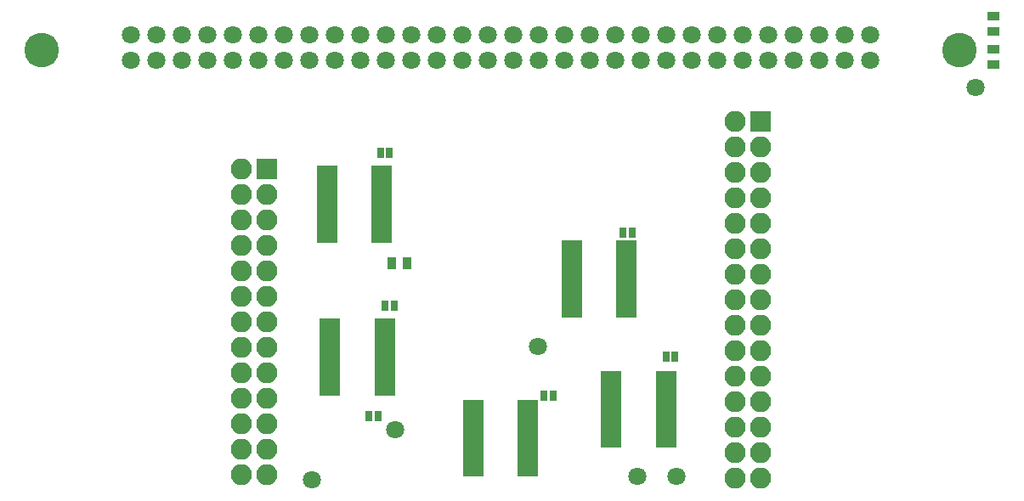
<source format=gts>
G04 #@! TF.FileFunction,Soldermask,Top*
%FSLAX46Y46*%
G04 Gerber Fmt 4.6, Leading zero omitted, Abs format (unit mm)*
G04 Created by KiCad (PCBNEW 4.0.1-stable) date 2/9/2017 10:22:46 PM*
%MOMM*%
G01*
G04 APERTURE LIST*
%ADD10C,0.100000*%
%ADD11R,2.051000X0.781000*%
%ADD12C,1.797000*%
%ADD13C,3.448000*%
%ADD14R,0.800000X1.000000*%
%ADD15R,2.100000X2.100000*%
%ADD16O,2.100000X2.100000*%
%ADD17R,1.300000X0.900000*%
%ADD18R,0.900000X1.300000*%
G04 APERTURE END LIST*
D10*
D11*
X-17297400Y12801600D03*
X-17297400Y12166600D03*
X-17297400Y11531600D03*
X-17297400Y10896600D03*
X-17297400Y10261600D03*
X-17297400Y9626600D03*
X-17297400Y8991600D03*
X-17297400Y8356600D03*
X-17297400Y7721600D03*
X-17297400Y7086600D03*
X-17297400Y6451600D03*
X-17297400Y5816600D03*
X-11836400Y5816600D03*
X-11836400Y6451600D03*
X-11836400Y7086600D03*
X-11836400Y7721600D03*
X-11836400Y8356600D03*
X-11836400Y8991600D03*
X-11836400Y9626600D03*
X-11836400Y10261600D03*
X-11836400Y10896600D03*
X-11836400Y11531600D03*
X-11836400Y12166600D03*
X-11836400Y12801600D03*
D12*
X-36830000Y23704600D03*
X-36830000Y26244600D03*
X-34290000Y23704600D03*
X-34290000Y26244600D03*
X-31750000Y23704600D03*
X-31750000Y26244600D03*
X-29210000Y23704600D03*
X-29210000Y26244600D03*
X-26670000Y23704600D03*
X-26670000Y26244600D03*
X-24130000Y23704600D03*
X-24130000Y26244600D03*
X-21590000Y23704600D03*
X-21590000Y26244600D03*
X-19050000Y23704600D03*
X-19050000Y26244600D03*
X-16510000Y23704600D03*
X-16510000Y26244600D03*
X-13970000Y23704600D03*
X-13970000Y26244600D03*
X-11430000Y23704600D03*
X-11430000Y26244600D03*
X-8890000Y23704600D03*
X-8890000Y26244600D03*
X-6350000Y23704600D03*
X-6350000Y26244600D03*
X-3810000Y23704600D03*
X-3810000Y26244600D03*
X-1270000Y23704600D03*
X-1270000Y26244600D03*
X1270000Y23704600D03*
X1270000Y26244600D03*
X3810000Y23704600D03*
X3810000Y26244600D03*
X6350000Y23704600D03*
X6350000Y26244600D03*
X8890000Y23704600D03*
X8890000Y26244600D03*
X11430000Y23704600D03*
X11430000Y26244600D03*
X13970000Y23704600D03*
X13970000Y26244600D03*
X16510000Y23704600D03*
X16510000Y26244600D03*
X19050000Y23704600D03*
X19050000Y26244600D03*
X21590000Y23704600D03*
X21590000Y26244600D03*
X24130000Y23704600D03*
X24130000Y26244600D03*
X26670000Y23704600D03*
X26670000Y26244600D03*
X29210000Y23704600D03*
X29210000Y26244600D03*
X31750000Y23704600D03*
X31750000Y26244600D03*
X34290000Y23704600D03*
X34290000Y26244600D03*
X36830000Y23704600D03*
X36830000Y26244600D03*
D13*
X45720000Y24720600D03*
X-45720000Y24720600D03*
D11*
X-16982440Y-2448560D03*
X-16982440Y-3083560D03*
X-16982440Y-3718560D03*
X-16982440Y-4353560D03*
X-16982440Y-4988560D03*
X-16982440Y-5623560D03*
X-16982440Y-6258560D03*
X-16982440Y-6893560D03*
X-16982440Y-7528560D03*
X-16982440Y-8163560D03*
X-16982440Y-8798560D03*
X-16982440Y-9433560D03*
X-11521440Y-9433560D03*
X-11521440Y-8798560D03*
X-11521440Y-8163560D03*
X-11521440Y-7528560D03*
X-11521440Y-6893560D03*
X-11521440Y-6258560D03*
X-11521440Y-5623560D03*
X-11521440Y-4988560D03*
X-11521440Y-4353560D03*
X-11521440Y-3718560D03*
X-11521440Y-3083560D03*
X-11521440Y-2448560D03*
X-2743200Y-10530840D03*
X-2743200Y-11165840D03*
X-2743200Y-11800840D03*
X-2743200Y-12435840D03*
X-2743200Y-13070840D03*
X-2743200Y-13705840D03*
X-2743200Y-14340840D03*
X-2743200Y-14975840D03*
X-2743200Y-15610840D03*
X-2743200Y-16245840D03*
X-2743200Y-16880840D03*
X-2743200Y-17515840D03*
X2717800Y-17515840D03*
X2717800Y-16880840D03*
X2717800Y-16245840D03*
X2717800Y-15610840D03*
X2717800Y-14975840D03*
X2717800Y-14340840D03*
X2717800Y-13705840D03*
X2717800Y-13070840D03*
X2717800Y-12435840D03*
X2717800Y-11800840D03*
X2717800Y-11165840D03*
X2717800Y-10530840D03*
X7071360Y5354320D03*
X7071360Y4719320D03*
X7071360Y4084320D03*
X7071360Y3449320D03*
X7071360Y2814320D03*
X7071360Y2179320D03*
X7071360Y1544320D03*
X7071360Y909320D03*
X7071360Y274320D03*
X7071360Y-360680D03*
X7071360Y-995680D03*
X7071360Y-1630680D03*
X12532360Y-1630680D03*
X12532360Y-995680D03*
X12532360Y-360680D03*
X12532360Y274320D03*
X12532360Y909320D03*
X12532360Y1544320D03*
X12532360Y2179320D03*
X12532360Y2814320D03*
X12532360Y3449320D03*
X12532360Y4084320D03*
X12532360Y4719320D03*
X12532360Y5354320D03*
X11008360Y-7630160D03*
X11008360Y-8265160D03*
X11008360Y-8900160D03*
X11008360Y-9535160D03*
X11008360Y-10170160D03*
X11008360Y-10805160D03*
X11008360Y-11440160D03*
X11008360Y-12075160D03*
X11008360Y-12710160D03*
X11008360Y-13345160D03*
X11008360Y-13980160D03*
X11008360Y-14615160D03*
X16469360Y-14615160D03*
X16469360Y-13980160D03*
X16469360Y-13345160D03*
X16469360Y-12710160D03*
X16469360Y-12075160D03*
X16469360Y-11440160D03*
X16469360Y-10805160D03*
X16469360Y-10170160D03*
X16469360Y-9535160D03*
X16469360Y-8900160D03*
X16469360Y-8265160D03*
X16469360Y-7630160D03*
D14*
X-11981600Y14452600D03*
X-11081600Y14452600D03*
X-11499000Y-787400D03*
X-10599000Y-787400D03*
X4325200Y-9753600D03*
X5225200Y-9753600D03*
X12224600Y6502400D03*
X13124600Y6502400D03*
X16466400Y-5842000D03*
X17366400Y-5842000D03*
D15*
X25875000Y17600000D03*
D16*
X23335000Y17600000D03*
X25875000Y15060000D03*
X23335000Y15060000D03*
X25875000Y12520000D03*
X23335000Y12520000D03*
X25875000Y9980000D03*
X23335000Y9980000D03*
X25875000Y7440000D03*
X23335000Y7440000D03*
X25875000Y4900000D03*
X23335000Y4900000D03*
X25875000Y2360000D03*
X23335000Y2360000D03*
X25875000Y-180000D03*
X23335000Y-180000D03*
X25875000Y-2720000D03*
X23335000Y-2720000D03*
X25875000Y-5260000D03*
X23335000Y-5260000D03*
X25875000Y-7800000D03*
X23335000Y-7800000D03*
X25875000Y-10340000D03*
X23335000Y-10340000D03*
X25875000Y-12880000D03*
X23335000Y-12880000D03*
X25875000Y-15420000D03*
X23335000Y-15420000D03*
X25875000Y-17960000D03*
X23335000Y-17960000D03*
D15*
X-23325000Y12800000D03*
D16*
X-25865000Y12800000D03*
X-23325000Y10260000D03*
X-25865000Y10260000D03*
X-23325000Y7720000D03*
X-25865000Y7720000D03*
X-23325000Y5180000D03*
X-25865000Y5180000D03*
X-23325000Y2640000D03*
X-25865000Y2640000D03*
X-23325000Y100000D03*
X-25865000Y100000D03*
X-23325000Y-2440000D03*
X-25865000Y-2440000D03*
X-23325000Y-4980000D03*
X-25865000Y-4980000D03*
X-23325000Y-7520000D03*
X-25865000Y-7520000D03*
X-23325000Y-10060000D03*
X-25865000Y-10060000D03*
X-23325000Y-12600000D03*
X-25865000Y-12600000D03*
X-23325000Y-15140000D03*
X-25865000Y-15140000D03*
X-23325000Y-17680000D03*
X-25865000Y-17680000D03*
D14*
X-12199200Y-11785600D03*
X-13099200Y-11785600D03*
D12*
X13589000Y-17805400D03*
X17526000Y-17780000D03*
X-10490200Y-13131800D03*
X-18796000Y-18186400D03*
X3708400Y-4826000D03*
X47294800Y20929600D03*
D17*
X49072800Y24778400D03*
X49072800Y23278400D03*
D18*
X-9359200Y3454400D03*
X-10859200Y3454400D03*
D17*
X49072800Y28080400D03*
X49072800Y26580400D03*
M02*

</source>
